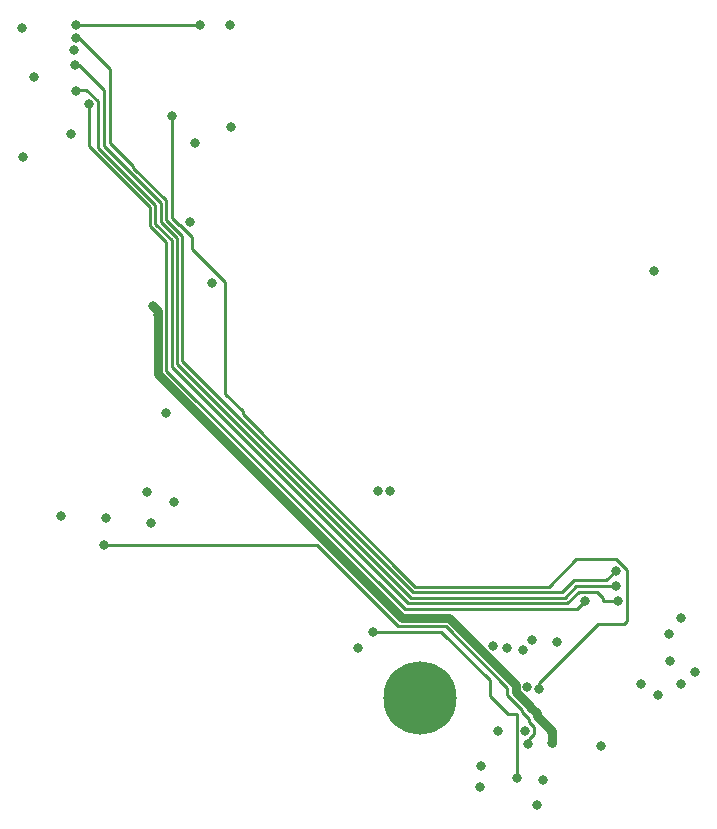
<source format=gbr>
G04 #@! TF.GenerationSoftware,KiCad,Pcbnew,6.0.11+dfsg-1~bpo11+1*
G04 #@! TF.CreationDate,2023-05-20T19:26:12-04:00*
G04 #@! TF.ProjectId,RUSP_Daughterboard,52555350-5f44-4617-9567-68746572626f,rev?*
G04 #@! TF.SameCoordinates,Original*
G04 #@! TF.FileFunction,Copper,L2,Inr*
G04 #@! TF.FilePolarity,Positive*
%FSLAX46Y46*%
G04 Gerber Fmt 4.6, Leading zero omitted, Abs format (unit mm)*
G04 Created by KiCad (PCBNEW 6.0.11+dfsg-1~bpo11+1) date 2023-05-20 19:26:12*
%MOMM*%
%LPD*%
G01*
G04 APERTURE LIST*
G04 #@! TA.AperFunction,ComponentPad*
%ADD10C,6.200000*%
G04 #@! TD*
G04 #@! TA.AperFunction,ViaPad*
%ADD11C,0.800000*%
G04 #@! TD*
G04 #@! TA.AperFunction,Conductor*
%ADD12C,0.250000*%
G04 #@! TD*
G04 #@! TA.AperFunction,Conductor*
%ADD13C,0.750000*%
G04 #@! TD*
G04 APERTURE END LIST*
D10*
X154000000Y-128000000D03*
D11*
X159132660Y-135507340D03*
X124723699Y-73134294D03*
X133200000Y-111400000D03*
X120300000Y-71300000D03*
X134512299Y-87737701D03*
X176100000Y-126800000D03*
X132500000Y-103900000D03*
X165600000Y-123300000D03*
X148800000Y-123800000D03*
X160600000Y-130800000D03*
X172700000Y-126800000D03*
X130900000Y-110600000D03*
X127400000Y-112800000D03*
X123600000Y-112600000D03*
X150500000Y-110500000D03*
X151500000Y-110500000D03*
X120396006Y-82200000D03*
X174149991Y-127749991D03*
X162924500Y-130769253D03*
X161400000Y-123800000D03*
X175200000Y-124900000D03*
X163100633Y-127097547D03*
X160200000Y-123600000D03*
X177300000Y-125800000D03*
X136400000Y-92900000D03*
X138000000Y-79700000D03*
X121300000Y-75400000D03*
X169300000Y-132100000D03*
X159200000Y-133800000D03*
X137900000Y-71000000D03*
X170650000Y-118550000D03*
X124800000Y-74400000D03*
X124909034Y-72152125D03*
X170600000Y-117250000D03*
X133000000Y-78750000D03*
X164083366Y-127279866D03*
X124900000Y-76600000D03*
X170800000Y-119750000D03*
X126000000Y-77750000D03*
X168000000Y-119800000D03*
X163500000Y-123100000D03*
X176100000Y-121200000D03*
X164400000Y-134974990D03*
X127275000Y-115050000D03*
X163200000Y-131900000D03*
X163900000Y-137025010D03*
X131200000Y-113200000D03*
X150000000Y-122400000D03*
X162200000Y-134800000D03*
X124500000Y-80250000D03*
X135000000Y-81000000D03*
X135400000Y-71000000D03*
X124900000Y-71000000D03*
X165201292Y-131775010D03*
X131400000Y-94800000D03*
X131826000Y-95600000D03*
X165201292Y-131001292D03*
X173850000Y-91850000D03*
X162775000Y-123900000D03*
X175124500Y-122600000D03*
D12*
X133449551Y-99699551D02*
X153250000Y-119500000D01*
X127250000Y-81260718D02*
X132050480Y-86061198D01*
X127250000Y-76500000D02*
X127250000Y-81260718D01*
X124800000Y-74400000D02*
X125150000Y-74400000D01*
X132050480Y-87686198D02*
X133449551Y-89085271D01*
X133449551Y-89085271D02*
X133449551Y-99699551D01*
X167200000Y-118550000D02*
X170650000Y-118550000D01*
X153250000Y-119500000D02*
X166250000Y-119500000D01*
X132050480Y-86061198D02*
X132050480Y-87686198D01*
X166250000Y-119500000D02*
X167200000Y-118550000D01*
X125150000Y-74400000D02*
X127250000Y-76500000D01*
X169799520Y-118050480D02*
X170600000Y-117250000D01*
X166063803Y-119050480D02*
X167063803Y-118050480D01*
X132500000Y-85875000D02*
X132500000Y-87500000D01*
X125152125Y-72152125D02*
X127750000Y-74750000D01*
X129750000Y-83000000D02*
X129750000Y-83125000D01*
X129750000Y-83125000D02*
X132500000Y-85875000D01*
X124909034Y-72152125D02*
X125152125Y-72152125D01*
X127750000Y-74750000D02*
X127750000Y-81000000D01*
X153436198Y-119050480D02*
X166063803Y-119050480D01*
X127750000Y-81000000D02*
X129750000Y-83000000D01*
X133899071Y-88899071D02*
X133899071Y-99513353D01*
X132500000Y-87500000D02*
X133899071Y-88899071D01*
X133899071Y-99513353D02*
X153436198Y-119050480D01*
X167063803Y-118050480D02*
X169799520Y-118050480D01*
X164083366Y-126716634D02*
X164083366Y-127279866D01*
X139000000Y-103728564D02*
X139000000Y-103978564D01*
X167250000Y-116250000D02*
X170624614Y-116250000D01*
X134750000Y-89000000D02*
X134750000Y-90000000D01*
X153622396Y-118600960D02*
X164899040Y-118600960D01*
X133567859Y-87932141D02*
X133682141Y-87932141D01*
X139000000Y-103978564D02*
X153622396Y-118600960D01*
X171250000Y-121750000D02*
X169050000Y-121750000D01*
X133682141Y-87932141D02*
X134750000Y-89000000D01*
X133000000Y-87364282D02*
X133567859Y-87932141D01*
X133000000Y-78750000D02*
X133000000Y-87364282D01*
X169050000Y-121750000D02*
X164083366Y-126716634D01*
X171524511Y-117149897D02*
X171524511Y-121475489D01*
X164899040Y-118600960D02*
X167250000Y-116250000D01*
X134750000Y-90000000D02*
X137500000Y-92750000D01*
X137500000Y-102228564D02*
X139000000Y-103728564D01*
X170624614Y-116250000D02*
X171524511Y-117149897D01*
X137500000Y-92750000D02*
X137500000Y-102228564D01*
X171524511Y-121475489D02*
X171250000Y-121750000D01*
X169500000Y-119500000D02*
X169500000Y-119750000D01*
X133000031Y-95113700D02*
X133000031Y-100000031D01*
X133000031Y-100000031D02*
X153000000Y-120000000D01*
X169000000Y-119000000D02*
X169500000Y-119500000D01*
X126750000Y-77475386D02*
X126750000Y-81396436D01*
X125000000Y-76500000D02*
X125774614Y-76500000D01*
X131600960Y-86247396D02*
X131600960Y-87872396D01*
X125774614Y-76500000D02*
X126750000Y-77475386D01*
X132975039Y-89246476D02*
X132975039Y-95088707D01*
X124900000Y-76600000D02*
X125000000Y-76500000D01*
X167500000Y-119000000D02*
X169000000Y-119000000D01*
X132975039Y-95088707D02*
X133000031Y-95113700D01*
X131600960Y-87872396D02*
X132975039Y-89246476D01*
X169500000Y-119750000D02*
X170800000Y-119750000D01*
X153000000Y-120000000D02*
X166500000Y-120000000D01*
X166500000Y-120000000D02*
X167500000Y-119000000D01*
X126750000Y-81396436D02*
X131600960Y-86247396D01*
X132550511Y-95299897D02*
X132550511Y-100298454D01*
X167300000Y-120500000D02*
X168000000Y-119800000D01*
X132525519Y-89432673D02*
X132525519Y-95274905D01*
X131151440Y-88058594D02*
X132525519Y-89432673D01*
X152752057Y-120500000D02*
X167300000Y-120500000D01*
X132550511Y-100298454D02*
X152752057Y-120500000D01*
X131151440Y-86433594D02*
X131151440Y-88058594D01*
X132525519Y-95274905D02*
X132550511Y-95299897D01*
X126000000Y-77750000D02*
X126000000Y-81282154D01*
X126000000Y-81282154D02*
X131151440Y-86433594D01*
X162649501Y-129213811D02*
X163224598Y-129788908D01*
X127275000Y-115050000D02*
X145285690Y-115050000D01*
X161415001Y-127187268D02*
X161415001Y-127779311D01*
X163649000Y-131069351D02*
X163242933Y-131475418D01*
X163224598Y-129788908D02*
X163224598Y-130044753D01*
X152186189Y-121950499D02*
X156178232Y-121950499D01*
X162649501Y-129013811D02*
X162649501Y-129213811D01*
X163242933Y-131857067D02*
X163200000Y-131900000D01*
X156178232Y-121950499D02*
X161415001Y-127187268D01*
X163649000Y-130469155D02*
X163649000Y-131069351D01*
X163224598Y-130044753D02*
X163649000Y-130469155D01*
X145285690Y-115050000D02*
X152186189Y-121950499D01*
X161415001Y-127779311D02*
X162649501Y-129013811D01*
X163242933Y-131475418D02*
X163242933Y-131857067D01*
X155800000Y-122400000D02*
X150000000Y-122400000D01*
X162200000Y-129400000D02*
X161492267Y-129400000D01*
X159904999Y-127812732D02*
X159904999Y-126504999D01*
X159904999Y-126504999D02*
X155800000Y-122400000D01*
X161492267Y-129400000D02*
X159904999Y-127812732D01*
X162200000Y-134800000D02*
X162200000Y-129400000D01*
X124900000Y-71000000D02*
X135400000Y-71000000D01*
D13*
X131826000Y-100563213D02*
X131826000Y-95600000D01*
X162114503Y-127489569D02*
X162114502Y-126897525D01*
X163899501Y-129474567D02*
X163899501Y-129310257D01*
X131400000Y-94800000D02*
X131826000Y-95226000D01*
X163924099Y-129534855D02*
X163924099Y-129499165D01*
X165201292Y-130812048D02*
X163924099Y-129534855D01*
X163899501Y-129310257D02*
X163349002Y-128759758D01*
X163349002Y-128759758D02*
X163349002Y-128724068D01*
X131826000Y-95226000D02*
X131826000Y-95600000D01*
X165201292Y-131001292D02*
X165201292Y-130812048D01*
X165201292Y-131775010D02*
X165201292Y-131001292D01*
X163349002Y-128724068D02*
X162114503Y-127489569D01*
X156467975Y-121250998D02*
X152513785Y-121250998D01*
X152513785Y-121250998D02*
X131826000Y-100563213D01*
X163924099Y-129499165D02*
X163899501Y-129474567D01*
X162114502Y-126897525D02*
X156467975Y-121250998D01*
M02*

</source>
